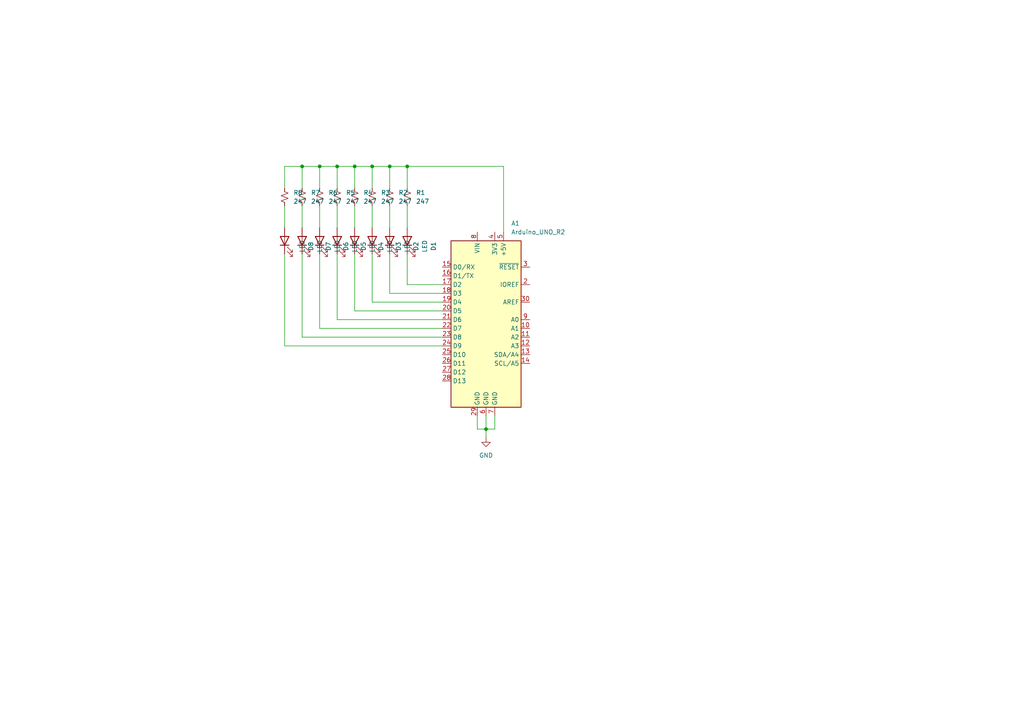
<source format=kicad_sch>
(kicad_sch (version 20230121) (generator eeschema)
  (paper "A4")
  (title_block (title "ARDUINO UNO SHIELD") (date "2024-01-19") (rev "1") (company "Ngo Ngoc Dai Viet") (comment 1 "Ho Chi Minh City of Technology University"))
  (lib_symbols
    (symbol "Device:LED" (pin_numbers hide) (pin_names (offset 1.016) hide)
      (property "Reference" "D" (at 0 2.54 0))
      (property "Value" "LED" (at 0 -2.54 0))
      (symbol "LED_0_1"
        (polyline (pts (xy -1.27 -1.27) (xy -1.27 1.27)) (stroke (width 0.254)))
        (polyline (pts (xy -1.27 0) (xy 1.27 0)))
        (polyline (pts (xy 1.27 -1.27) (xy 1.27 1.27) (xy -1.27 0) (xy 1.27 -1.27)) (stroke (width 0.254)))
        (polyline (pts (xy -3.048 -0.762) (xy -4.572 -2.286) (xy -3.81 -2.286) (xy -4.572 -2.286) (xy -4.572 -1.524)))
        (polyline (pts (xy -1.778 -0.762) (xy -3.302 -2.286) (xy -2.54 -2.286) (xy -3.302 -2.286) (xy -3.302 -1.524)))
      )
      (symbol "LED_1_1"
        (pin passive line (at -3.81 0 0) (length 2.54) (name "K") (number "1"))
        (pin passive line (at 3.81 0 180) (length 2.54) (name "A") (number "2"))
      )
    )
    (symbol "Device:R_Small_US" (pin_numbers hide) (pin_names (offset 0.254) hide)
      (property "Reference" "R" (at 0.762 0.508 0))
      (property "Value" "R_Small_US" (at 0.762 -1.016 0))
      (symbol "R_Small_US_1_1"
        (polyline (pts (xy 0 0) (xy 1.016 -0.381) (xy 0 -0.762) (xy -1.016 -1.143) (xy 0 -1.524)))
        (polyline (pts (xy 0 1.524) (xy 1.016 1.143) (xy 0 0.762) (xy -1.016 0.381) (xy 0 0)))
        (pin passive line (at 0 2.54 270) (length 1.016) (name "~") (number "1"))
        (pin passive line (at 0 -2.54 90) (length 1.016) (name "~") (number "2"))
      )
    )
    (symbol "MCU_Module:Arduino_UNO_R2"
      (property "Reference" "A" (at -10.16 23.495 0))
      (property "Value" "Arduino_UNO_R2" (at 5.08 -26.67 0))
      (symbol "Arduino_UNO_R2_0_1"
        (rectangle (start -10.16 22.86) (end 10.16 -25.4) (stroke (width 0.254)) (fill (type background)))
      )
      (symbol "Arduino_UNO_R2_1_1"
        (pin no_connect line (at -10.16 -20.32 0) (length 2.54) hide (name "NC") (number "1"))
        (pin bidirectional line (at 12.7 -2.54 180) (length 2.54) (name "A1") (number "10"))
        (pin bidirectional line (at 12.7 -5.08 180) (length 2.54) (name "A2") (number "11"))
        (pin bidirectional line (at 12.7 -7.62 180) (length 2.54) (name "A3") (number "12"))
        (pin bidirectional line (at 12.7 -10.16 180) (length 2.54) (name "SDA/A4") (number "13"))
        (pin bidirectional line (at 12.7 -12.7 180) (length 2.54) (name "SCL/A5") (number "14"))
        (pin bidirectional line (at -12.7 15.24 0) (length 2.54) (name "D0/RX") (number "15"))
        (pin bidirectional line (at -12.7 12.7 0) (length 2.54) (name "D1/TX") (number "16"))
        (pin bidirectional line (at -12.7 10.16 0) (length 2.54) (name "D2") (number "17"))
        (pin bidirectional line (at -12.7 7.62 0) (length 2.54) (name "D3") (number "18"))
        (pin bidirectional line (at -12.7 5.08 0) (length 2.54) (name "D4") (number "19"))
        (pin output line (at 12.7 10.16 180) (length 2.54) (name "IOREF") (number "2"))
        (pin bidirectional line (at -12.7 2.54 0) (length 2.54) (name "D5") (number "20"))
        (pin bidirectional line (at -12.7 0 0) (length 2.54) (name "D6") (number "21"))
        (pin bidirectional line (at -12.7 -2.54 0) (length 2.54) (name "D7") (number "22"))
        (pin bidirectional line (at -12.7 -5.08 0) (length 2.54) (name "D8") (number "23"))
        (pin bidirectional line (at -12.7 -7.62 0) (length 2.54) (name "D9") (number "24"))
        (pin bidirectional line (at -12.7 -10.16 0) (length 2.54) (name "D10") (number "25"))
        (pin bidirectional line (at -12.7 -12.7 0) (length 2.54) (name "D11") (number "26"))
        (pin bidirectional line (at -12.7 -15.24 0) (length 2.54) (name "D12") (number "27"))
        (pin bidirectional line (at -12.7 -17.78 0) (length 2.54) (name "D13") (number "28"))
        (pin power_in line (at -2.54 -27.94 90) (length 2.54) (name "GND") (number "29"))
        (pin input line (at 12.7 15.24 180) (length 2.54) (name "~{RESET}") (number "3"))
        (pin input line (at 12.7 5.08 180) (length 2.54) (name "AREF") (number "30"))
        (pin power_out line (at 2.54 25.4 270) (length 2.54) (name "3V3") (number "4"))
        (pin power_out line (at 5.08 25.4 270) (length 2.54) (name "+5V") (number "5"))
        (pin power_in line (at 0 -27.94 90) (length 2.54) (name "GND") (number "6"))
        (pin power_in line (at 2.54 -27.94 90) (length 2.54) (name "GND") (number "7"))
        (pin power_in line (at -2.54 25.4 270) (length 2.54) (name "VIN") (number "8"))
        (pin bidirectional line (at 12.7 0 180) (length 2.54) (name "A0") (number "9"))
      )
    )
    (symbol "power:GND" (power) (pin_names (offset 0))
      (property "Value" "GND" (at 0 -3.81 0))
      (symbol "GND_0_1"
        (polyline (pts (xy 0 0) (xy 0 -1.27) (xy 1.27 -1.27) (xy 0 -2.54) (xy -1.27 -1.27) (xy 0 -1.27)))
      )
      (symbol "GND_1_1"
        (pin power_in line (at 0 0 270) (length 0) hide (name "GND") (number "1"))
      )
    )
  )
  (junction (at 97.79 48.26))
  (junction (at 92.71 48.26))
  (junction (at 102.87 48.26))
  (junction (at 140.97 124.46))
  (junction (at 113.03 48.26))
  (junction (at 118.11 48.26))
  (junction (at 87.63 48.26))
  (junction (at 107.95 48.26))
  (wire (pts (xy 82.55 73.66) (xy 82.55 100.33)))
  (wire (pts (xy 140.97 120.65) (xy 140.97 124.46)))
  (wire (pts (xy 107.95 59.69) (xy 107.95 66.04)))
  (wire (pts (xy 92.71 73.66) (xy 92.71 95.25)))
  (wire (pts (xy 87.63 73.66) (xy 87.63 97.79)))
  (wire (pts (xy 107.95 48.26) (xy 107.95 54.61)))
  (wire (pts (xy 107.95 73.66) (xy 107.95 87.63)))
  (wire (pts (xy 113.03 59.69) (xy 113.03 66.04)))
  (wire (pts (xy 87.63 48.26) (xy 87.63 54.61)))
  (wire (pts (xy 102.87 59.69) (xy 102.87 66.04)))
  (wire (pts (xy 97.79 48.26) (xy 102.87 48.26)))
  (wire (pts (xy 118.11 48.26) (xy 146.05 48.26)))
  (wire (pts (xy 92.71 95.25) (xy 128.27 95.25)))
  (wire (pts (xy 102.87 48.26) (xy 107.95 48.26)))
  (wire (pts (xy 92.71 59.69) (xy 92.71 66.04)))
  (wire (pts (xy 118.11 82.55) (xy 128.27 82.55)))
  (wire (pts (xy 118.11 73.66) (xy 118.11 82.55)))
  (wire (pts (xy 146.05 48.26) (xy 146.05 67.31)))
  (wire (pts (xy 87.63 59.69) (xy 87.63 66.04)))
  (wire (pts (xy 102.87 73.66) (xy 102.87 90.17)))
  (wire (pts (xy 113.03 85.09) (xy 128.27 85.09)))
  (wire (pts (xy 82.55 59.69) (xy 82.55 66.04)))
  (wire (pts (xy 97.79 92.71) (xy 128.27 92.71)))
  (wire (pts (xy 107.95 87.63) (xy 128.27 87.63)))
  (wire (pts (xy 102.87 48.26) (xy 102.87 54.61)))
  (wire (pts (xy 138.43 120.65) (xy 138.43 124.46)))
  (wire (pts (xy 107.95 48.26) (xy 113.03 48.26)))
  (wire (pts (xy 92.71 48.26) (xy 97.79 48.26)))
  (wire (pts (xy 97.79 73.66) (xy 97.79 92.71)))
  (wire (pts (xy 92.71 48.26) (xy 92.71 54.61)))
  (wire (pts (xy 113.03 73.66) (xy 113.03 85.09)))
  (wire (pts (xy 97.79 59.69) (xy 97.79 66.04)))
  (wire (pts (xy 138.43 124.46) (xy 140.97 124.46)))
  (wire (pts (xy 143.51 120.65) (xy 143.51 124.46)))
  (wire (pts (xy 87.63 48.26) (xy 92.71 48.26)))
  (wire (pts (xy 87.63 97.79) (xy 128.27 97.79)))
  (wire (pts (xy 113.03 48.26) (xy 113.03 54.61)))
  (wire (pts (xy 140.97 124.46) (xy 140.97 127)))
  (wire (pts (xy 140.97 124.46) (xy 143.51 124.46)))
  (wire (pts (xy 97.79 48.26) (xy 97.79 54.61)))
  (wire (pts (xy 82.55 48.26) (xy 87.63 48.26)))
  (wire (pts (xy 102.87 90.17) (xy 128.27 90.17)))
  (wire (pts (xy 82.55 100.33) (xy 128.27 100.33)))
  (wire (pts (xy 82.55 54.61) (xy 82.55 48.26)))
  (wire (pts (xy 118.11 48.26) (xy 118.11 54.61)))
  (wire (pts (xy 118.11 59.69) (xy 118.11 66.04)))
  (wire (pts (xy 113.03 48.26) (xy 118.11 48.26)))
  (symbol (lib_id "Device:R_Small_US") (at 82.55 57.15 0) (unit 1)
    (property "Reference" "R8" (at 85.09 55.88 0) (effects (justify left)))
    (property "Value" "247" (at 85.09 58.42 0) (effects (justify left)))
    (property "Footprint" "Resistor_SMD:R_0603_1608Metric" (effects hide))
  )
  (symbol (lib_id "Device:LED") (at 82.55 69.85 90) (unit 1)
    (property "Reference" "D8" (at 90.17 71.4375 0))
    (property "Value" "LED" (at 87.63 71.4375 0))
    (property "Footprint" "LED_SMD:LED_0805_2012Metric" (effects hide))
  )
  (symbol (lib_id "Device:R_Small_US") (at 118.11 57.15 0) (unit 1)
    (property "Reference" "R1" (at 120.65 55.88 0) (effects (justify left)))
    (property "Value" "247" (at 120.65 58.42 0) (effects (justify left)))
    (property "Footprint" "Resistor_SMD:R_0603_1608Metric" (effects hide))
  )
  (symbol (lib_id "Device:LED") (at 97.79 69.85 90) (unit 1)
    (property "Reference" "D5" (at 105.41 71.4375 0))
    (property "Value" "LED" (at 102.87 71.4375 0))
    (property "Footprint" "LED_SMD:LED_0805_2012Metric" (effects hide))
  )
  (symbol (lib_id "Device:R_Small_US") (at 107.95 57.15 0) (unit 1)
    (property "Reference" "R3" (at 110.49 55.88 0) (effects (justify left)))
    (property "Value" "247" (at 110.49 58.42 0) (effects (justify left)))
    (property "Footprint" "Resistor_SMD:R_0603_1608Metric" (effects hide))
  )
  (symbol (lib_id "Device:LED") (at 118.11 69.85 90) (unit 1)
    (property "Reference" "D1" (at 125.73 71.4375 0))
    (property "Value" "LED" (at 123.19 71.4375 0))
    (property "Footprint" "LED_SMD:LED_0805_2012Metric" (effects hide))
  )
  (symbol (lib_id "MCU_Module:Arduino_UNO_R2") (at 140.97 92.71 0) (unit 1)
    (property "Reference" "A1" (at 148.2441 64.77 0) (effects (justify left)))
    (property "Value" "Arduino_UNO_R2" (at 148.2441 67.31 0) (effects (justify left)))
    (property "Footprint" "Module:Arduino_UNO_R2" (effects hide))
    (property "Datasheet" "https://www.arduino.cc/en/Main/arduinoBoardUno" (effects hide))
  )
  (symbol (lib_id "Device:R_Small_US") (at 113.03 57.15 0) (unit 1)
    (property "Reference" "R2" (at 115.57 55.88 0) (effects (justify left)))
    (property "Value" "247" (at 115.57 58.42 0) (effects (justify left)))
    (property "Footprint" "Resistor_SMD:R_0603_1608Metric" (effects hide))
  )
  (symbol (lib_id "Device:LED") (at 107.95 69.85 90) (unit 1)
    (property "Reference" "D3" (at 115.57 71.4375 0))
    (property "Value" "LED" (at 113.03 71.4375 0))
    (property "Footprint" "LED_SMD:LED_0805_2012Metric" (effects hide))
  )
  (symbol (lib_id "Device:R_Small_US") (at 87.63 57.15 0) (unit 1)
    (property "Reference" "R7" (at 90.17 55.88 0) (effects (justify left)))
    (property "Value" "247" (at 90.17 58.42 0) (effects (justify left)))
    (property "Footprint" "Resistor_SMD:R_0603_1608Metric" (effects hide))
  )
  (symbol (lib_id "power:GND") (at 140.97 127 0) (unit 1)
    (property "Reference" "#PWR01" (effects hide))
    (property "Value" "GND" (at 140.97 132.08 0))
  )
  (symbol (lib_id "Device:LED") (at 102.87 69.85 90) (unit 1)
    (property "Reference" "D4" (at 110.49 71.4375 0))
    (property "Value" "LED" (at 107.95 71.4375 0))
    (property "Footprint" "LED_SMD:LED_0805_2012Metric" (effects hide))
  )
  (symbol (lib_id "Device:R_Small_US") (at 102.87 57.15 0) (unit 1)
    (property "Reference" "R4" (at 105.41 55.88 0) (effects (justify left)))
    (property "Value" "247" (at 105.41 58.42 0) (effects (justify left)))
    (property "Footprint" "Resistor_SMD:R_0603_1608Metric" (effects hide))
  )
  (symbol (lib_id "Device:R_Small_US") (at 92.71 57.15 0) (unit 1)
    (property "Reference" "R6" (at 95.25 55.88 0) (effects (justify left)))
    (property "Value" "247" (at 95.25 58.42 0) (effects (justify left)))
    (property "Footprint" "Resistor_SMD:R_0603_1608Metric" (effects hide))
  )
  (symbol (lib_id "Device:LED") (at 87.63 69.85 90) (unit 1)
    (property "Reference" "D7" (at 95.25 71.4375 0))
    (property "Value" "LED" (at 92.71 71.4375 0))
    (property "Footprint" "LED_SMD:LED_0805_2012Metric" (effects hide))
  )
  (symbol (lib_id "Device:LED") (at 92.71 69.85 90) (unit 1)
    (property "Reference" "D6" (at 100.33 71.4375 0))
    (property "Value" "LED" (at 97.79 71.4375 0))
    (property "Footprint" "LED_SMD:LED_0805_2012Metric" (effects hide))
  )
  (symbol (lib_id "Device:R_Small_US") (at 97.79 57.15 0) (unit 1)
    (property "Reference" "R5" (at 100.33 55.88 0) (effects (justify left)))
    (property "Value" "247" (at 100.33 58.42 0) (effects (justify left)))
    (property "Footprint" "Resistor_SMD:R_0603_1608Metric" (effects hide))
  )
  (symbol (lib_id "Device:LED") (at 113.03 69.85 90) (unit 1)
    (property "Reference" "D2" (at 120.65 71.4375 0))
    (property "Value" "LED" (at 118.11 71.4375 0))
    (property "Footprint" "LED_SMD:LED_0805_2012Metric" (effects hide))
  )
)
</source>
